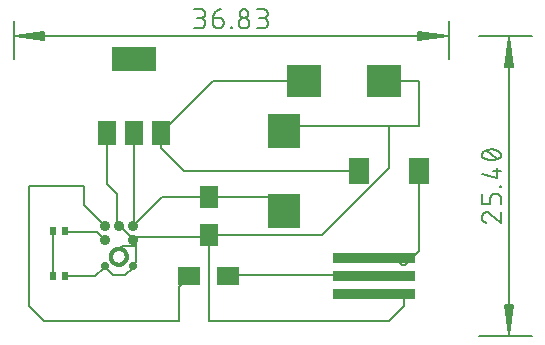
<source format=gbr>
G04 EAGLE Gerber X2 export*
%TF.Part,Single*%
%TF.FileFunction,Copper,L1,Top,Mixed*%
%TF.FilePolarity,Positive*%
%TF.GenerationSoftware,Autodesk,EAGLE,9.1.0*%
%TF.CreationDate,2018-08-06T08:24:04Z*%
G75*
%MOMM*%
%FSLAX34Y34*%
%LPD*%
%AMOC8*
5,1,8,0,0,1.08239X$1,22.5*%
G01*
%ADD10C,0.130000*%
%ADD11C,0.152400*%
%ADD12R,0.600000X0.700000*%
%ADD13R,1.900000X1.600000*%
%ADD14R,1.600000X1.900000*%
%ADD15C,0.900000*%
%ADD16C,0.700000*%
%ADD17C,0.330000*%
%ADD18C,0.006094*%
%ADD19R,7.000000X0.850000*%
%ADD20R,1.498600X2.006600*%
%ADD21R,3.810000X2.006600*%
%ADD22R,1.800000X2.200000*%
%ADD23R,2.700000X2.950000*%
%ADD24R,2.950000X2.700000*%


D10*
X368300Y266700D02*
X368300Y234500D01*
X0Y234500D02*
X0Y266700D01*
X650Y254000D02*
X367650Y254000D01*
X342300Y257192D01*
X342300Y250808D01*
X367650Y254000D01*
X342300Y255300D01*
X342300Y252700D02*
X367650Y254000D01*
X342300Y256600D01*
X342300Y251400D02*
X367650Y254000D01*
X26000Y257192D02*
X650Y254000D01*
X26000Y257192D02*
X26000Y250808D01*
X650Y254000D01*
X26000Y255300D01*
X26000Y252700D02*
X650Y254000D01*
X26000Y256600D01*
X26000Y251400D02*
X650Y254000D01*
D11*
X153002Y260507D02*
X157518Y260507D01*
X157651Y260509D01*
X157783Y260515D01*
X157915Y260525D01*
X158047Y260538D01*
X158179Y260556D01*
X158309Y260577D01*
X158440Y260602D01*
X158569Y260631D01*
X158697Y260664D01*
X158825Y260700D01*
X158951Y260740D01*
X159076Y260784D01*
X159200Y260832D01*
X159322Y260883D01*
X159443Y260938D01*
X159562Y260996D01*
X159680Y261058D01*
X159795Y261123D01*
X159909Y261192D01*
X160020Y261263D01*
X160129Y261339D01*
X160236Y261417D01*
X160341Y261498D01*
X160443Y261583D01*
X160543Y261670D01*
X160640Y261760D01*
X160735Y261853D01*
X160826Y261949D01*
X160915Y262047D01*
X161001Y262148D01*
X161084Y262252D01*
X161164Y262358D01*
X161240Y262466D01*
X161314Y262576D01*
X161384Y262689D01*
X161451Y262803D01*
X161514Y262920D01*
X161574Y263038D01*
X161631Y263158D01*
X161684Y263280D01*
X161733Y263403D01*
X161779Y263527D01*
X161821Y263653D01*
X161859Y263780D01*
X161894Y263908D01*
X161925Y264037D01*
X161952Y264166D01*
X161975Y264297D01*
X161995Y264428D01*
X162010Y264560D01*
X162022Y264692D01*
X162030Y264824D01*
X162034Y264957D01*
X162034Y265089D01*
X162030Y265222D01*
X162022Y265354D01*
X162010Y265486D01*
X161995Y265618D01*
X161975Y265749D01*
X161952Y265880D01*
X161925Y266009D01*
X161894Y266138D01*
X161859Y266266D01*
X161821Y266393D01*
X161779Y266519D01*
X161733Y266643D01*
X161684Y266766D01*
X161631Y266888D01*
X161574Y267008D01*
X161514Y267126D01*
X161451Y267243D01*
X161384Y267357D01*
X161314Y267470D01*
X161240Y267580D01*
X161164Y267688D01*
X161084Y267794D01*
X161001Y267898D01*
X160915Y267999D01*
X160826Y268097D01*
X160735Y268193D01*
X160640Y268286D01*
X160543Y268376D01*
X160443Y268463D01*
X160341Y268548D01*
X160236Y268629D01*
X160129Y268707D01*
X160020Y268783D01*
X159909Y268854D01*
X159795Y268923D01*
X159680Y268988D01*
X159562Y269050D01*
X159443Y269108D01*
X159322Y269163D01*
X159200Y269214D01*
X159076Y269262D01*
X158951Y269306D01*
X158825Y269346D01*
X158697Y269382D01*
X158569Y269415D01*
X158440Y269444D01*
X158309Y269469D01*
X158179Y269490D01*
X158047Y269508D01*
X157915Y269521D01*
X157783Y269531D01*
X157651Y269537D01*
X157518Y269539D01*
X158421Y276763D02*
X153002Y276763D01*
X158421Y276763D02*
X158540Y276761D01*
X158660Y276755D01*
X158779Y276745D01*
X158897Y276731D01*
X159016Y276714D01*
X159133Y276692D01*
X159250Y276667D01*
X159365Y276637D01*
X159480Y276604D01*
X159594Y276567D01*
X159706Y276527D01*
X159817Y276482D01*
X159926Y276434D01*
X160034Y276383D01*
X160140Y276328D01*
X160244Y276269D01*
X160346Y276207D01*
X160446Y276142D01*
X160544Y276073D01*
X160640Y276001D01*
X160733Y275926D01*
X160823Y275849D01*
X160911Y275768D01*
X160996Y275684D01*
X161078Y275597D01*
X161158Y275508D01*
X161234Y275416D01*
X161308Y275322D01*
X161378Y275225D01*
X161445Y275127D01*
X161509Y275026D01*
X161569Y274922D01*
X161626Y274817D01*
X161679Y274710D01*
X161729Y274602D01*
X161775Y274492D01*
X161817Y274380D01*
X161856Y274267D01*
X161891Y274153D01*
X161922Y274038D01*
X161950Y273921D01*
X161973Y273804D01*
X161993Y273687D01*
X162009Y273568D01*
X162021Y273449D01*
X162029Y273330D01*
X162033Y273211D01*
X162033Y273091D01*
X162029Y272972D01*
X162021Y272853D01*
X162009Y272734D01*
X161993Y272615D01*
X161973Y272498D01*
X161950Y272381D01*
X161922Y272264D01*
X161891Y272149D01*
X161856Y272035D01*
X161817Y271922D01*
X161775Y271810D01*
X161729Y271700D01*
X161679Y271592D01*
X161626Y271485D01*
X161569Y271380D01*
X161509Y271276D01*
X161445Y271175D01*
X161378Y271077D01*
X161308Y270980D01*
X161234Y270886D01*
X161158Y270794D01*
X161078Y270705D01*
X160996Y270618D01*
X160911Y270534D01*
X160823Y270453D01*
X160733Y270376D01*
X160640Y270301D01*
X160544Y270229D01*
X160446Y270160D01*
X160346Y270095D01*
X160244Y270033D01*
X160140Y269974D01*
X160034Y269919D01*
X159926Y269868D01*
X159817Y269820D01*
X159706Y269775D01*
X159594Y269735D01*
X159480Y269698D01*
X159365Y269665D01*
X159250Y269635D01*
X159133Y269610D01*
X159016Y269588D01*
X158897Y269571D01*
X158779Y269557D01*
X158660Y269547D01*
X158540Y269541D01*
X158421Y269539D01*
X158421Y269538D02*
X154808Y269538D01*
X168633Y269538D02*
X174052Y269538D01*
X174170Y269536D01*
X174288Y269530D01*
X174406Y269521D01*
X174523Y269507D01*
X174640Y269490D01*
X174757Y269469D01*
X174872Y269444D01*
X174987Y269415D01*
X175101Y269382D01*
X175213Y269346D01*
X175324Y269306D01*
X175434Y269263D01*
X175543Y269216D01*
X175650Y269166D01*
X175755Y269111D01*
X175858Y269054D01*
X175959Y268993D01*
X176059Y268929D01*
X176156Y268862D01*
X176251Y268792D01*
X176343Y268718D01*
X176434Y268642D01*
X176521Y268562D01*
X176606Y268480D01*
X176688Y268395D01*
X176768Y268308D01*
X176844Y268217D01*
X176918Y268125D01*
X176988Y268030D01*
X177055Y267933D01*
X177119Y267833D01*
X177180Y267732D01*
X177237Y267629D01*
X177292Y267524D01*
X177342Y267417D01*
X177389Y267308D01*
X177432Y267198D01*
X177472Y267087D01*
X177508Y266975D01*
X177541Y266861D01*
X177570Y266746D01*
X177595Y266631D01*
X177616Y266514D01*
X177633Y266397D01*
X177647Y266280D01*
X177656Y266162D01*
X177662Y266044D01*
X177664Y265926D01*
X177664Y265023D01*
X177665Y265023D02*
X177663Y264890D01*
X177657Y264758D01*
X177647Y264626D01*
X177634Y264494D01*
X177616Y264362D01*
X177595Y264232D01*
X177570Y264101D01*
X177541Y263972D01*
X177508Y263844D01*
X177472Y263716D01*
X177432Y263590D01*
X177388Y263465D01*
X177340Y263341D01*
X177289Y263219D01*
X177234Y263098D01*
X177176Y262979D01*
X177114Y262861D01*
X177049Y262746D01*
X176980Y262632D01*
X176909Y262521D01*
X176833Y262412D01*
X176755Y262305D01*
X176674Y262200D01*
X176589Y262098D01*
X176502Y261998D01*
X176412Y261901D01*
X176319Y261806D01*
X176223Y261715D01*
X176125Y261626D01*
X176024Y261540D01*
X175920Y261457D01*
X175814Y261377D01*
X175706Y261301D01*
X175596Y261227D01*
X175483Y261157D01*
X175369Y261090D01*
X175252Y261027D01*
X175134Y260967D01*
X175014Y260910D01*
X174892Y260857D01*
X174769Y260808D01*
X174645Y260762D01*
X174519Y260720D01*
X174392Y260682D01*
X174264Y260647D01*
X174135Y260616D01*
X174006Y260589D01*
X173875Y260566D01*
X173744Y260546D01*
X173612Y260531D01*
X173480Y260519D01*
X173348Y260511D01*
X173215Y260507D01*
X173083Y260507D01*
X172950Y260511D01*
X172818Y260519D01*
X172686Y260531D01*
X172554Y260546D01*
X172423Y260566D01*
X172292Y260589D01*
X172163Y260616D01*
X172034Y260647D01*
X171906Y260682D01*
X171779Y260720D01*
X171653Y260762D01*
X171529Y260808D01*
X171406Y260857D01*
X171284Y260910D01*
X171164Y260967D01*
X171046Y261027D01*
X170929Y261090D01*
X170815Y261157D01*
X170702Y261227D01*
X170592Y261301D01*
X170484Y261377D01*
X170378Y261457D01*
X170274Y261540D01*
X170173Y261626D01*
X170075Y261715D01*
X169979Y261806D01*
X169886Y261901D01*
X169796Y261998D01*
X169709Y262098D01*
X169624Y262200D01*
X169543Y262305D01*
X169465Y262412D01*
X169389Y262521D01*
X169318Y262632D01*
X169249Y262746D01*
X169184Y262861D01*
X169122Y262979D01*
X169064Y263098D01*
X169009Y263219D01*
X168958Y263341D01*
X168910Y263465D01*
X168866Y263590D01*
X168826Y263716D01*
X168790Y263844D01*
X168757Y263972D01*
X168728Y264101D01*
X168703Y264232D01*
X168682Y264362D01*
X168664Y264494D01*
X168651Y264626D01*
X168641Y264758D01*
X168635Y264890D01*
X168633Y265023D01*
X168633Y269538D01*
X168635Y269715D01*
X168642Y269893D01*
X168653Y270070D01*
X168668Y270246D01*
X168687Y270422D01*
X168711Y270598D01*
X168739Y270773D01*
X168772Y270948D01*
X168809Y271121D01*
X168850Y271294D01*
X168895Y271465D01*
X168944Y271635D01*
X168998Y271804D01*
X169055Y271972D01*
X169117Y272138D01*
X169183Y272303D01*
X169253Y272466D01*
X169327Y272627D01*
X169404Y272786D01*
X169486Y272944D01*
X169572Y273099D01*
X169661Y273252D01*
X169754Y273403D01*
X169851Y273552D01*
X169951Y273698D01*
X170055Y273842D01*
X170162Y273983D01*
X170273Y274121D01*
X170387Y274257D01*
X170505Y274390D01*
X170625Y274520D01*
X170749Y274647D01*
X170876Y274771D01*
X171006Y274891D01*
X171139Y275009D01*
X171274Y275123D01*
X171413Y275234D01*
X171554Y275341D01*
X171698Y275445D01*
X171844Y275545D01*
X171993Y275642D01*
X172144Y275735D01*
X172297Y275824D01*
X172452Y275910D01*
X172610Y275992D01*
X172769Y276069D01*
X172930Y276143D01*
X173093Y276213D01*
X173258Y276279D01*
X173424Y276341D01*
X173592Y276398D01*
X173761Y276452D01*
X173931Y276501D01*
X174102Y276546D01*
X174275Y276587D01*
X174448Y276624D01*
X174623Y276657D01*
X174798Y276685D01*
X174974Y276709D01*
X175150Y276728D01*
X175326Y276743D01*
X175503Y276754D01*
X175681Y276761D01*
X175858Y276763D01*
X183639Y261410D02*
X183639Y260507D01*
X183639Y261410D02*
X184542Y261410D01*
X184542Y260507D01*
X183639Y260507D01*
X190516Y265023D02*
X190518Y265156D01*
X190524Y265288D01*
X190534Y265420D01*
X190547Y265552D01*
X190565Y265684D01*
X190586Y265814D01*
X190611Y265945D01*
X190640Y266074D01*
X190673Y266202D01*
X190709Y266330D01*
X190749Y266456D01*
X190793Y266581D01*
X190841Y266705D01*
X190892Y266827D01*
X190947Y266948D01*
X191005Y267067D01*
X191067Y267185D01*
X191132Y267300D01*
X191201Y267414D01*
X191272Y267525D01*
X191348Y267634D01*
X191426Y267741D01*
X191507Y267846D01*
X191592Y267948D01*
X191679Y268048D01*
X191769Y268145D01*
X191862Y268240D01*
X191958Y268331D01*
X192056Y268420D01*
X192157Y268506D01*
X192261Y268589D01*
X192367Y268669D01*
X192475Y268745D01*
X192585Y268819D01*
X192698Y268889D01*
X192812Y268956D01*
X192929Y269019D01*
X193047Y269079D01*
X193167Y269136D01*
X193289Y269189D01*
X193412Y269238D01*
X193536Y269284D01*
X193662Y269326D01*
X193789Y269364D01*
X193917Y269399D01*
X194046Y269430D01*
X194175Y269457D01*
X194306Y269480D01*
X194437Y269500D01*
X194569Y269515D01*
X194701Y269527D01*
X194833Y269535D01*
X194966Y269539D01*
X195098Y269539D01*
X195231Y269535D01*
X195363Y269527D01*
X195495Y269515D01*
X195627Y269500D01*
X195758Y269480D01*
X195889Y269457D01*
X196018Y269430D01*
X196147Y269399D01*
X196275Y269364D01*
X196402Y269326D01*
X196528Y269284D01*
X196652Y269238D01*
X196775Y269189D01*
X196897Y269136D01*
X197017Y269079D01*
X197135Y269019D01*
X197252Y268956D01*
X197366Y268889D01*
X197479Y268819D01*
X197589Y268745D01*
X197697Y268669D01*
X197803Y268589D01*
X197907Y268506D01*
X198008Y268420D01*
X198106Y268331D01*
X198202Y268240D01*
X198295Y268145D01*
X198385Y268048D01*
X198472Y267948D01*
X198557Y267846D01*
X198638Y267741D01*
X198716Y267634D01*
X198792Y267525D01*
X198863Y267414D01*
X198932Y267300D01*
X198997Y267185D01*
X199059Y267067D01*
X199117Y266948D01*
X199172Y266827D01*
X199223Y266705D01*
X199271Y266581D01*
X199315Y266456D01*
X199355Y266330D01*
X199391Y266202D01*
X199424Y266074D01*
X199453Y265945D01*
X199478Y265814D01*
X199499Y265684D01*
X199517Y265552D01*
X199530Y265420D01*
X199540Y265288D01*
X199546Y265156D01*
X199548Y265023D01*
X199546Y264890D01*
X199540Y264758D01*
X199530Y264626D01*
X199517Y264494D01*
X199499Y264362D01*
X199478Y264232D01*
X199453Y264101D01*
X199424Y263972D01*
X199391Y263844D01*
X199355Y263716D01*
X199315Y263590D01*
X199271Y263465D01*
X199223Y263341D01*
X199172Y263219D01*
X199117Y263098D01*
X199059Y262979D01*
X198997Y262861D01*
X198932Y262746D01*
X198863Y262632D01*
X198792Y262521D01*
X198716Y262412D01*
X198638Y262305D01*
X198557Y262200D01*
X198472Y262098D01*
X198385Y261998D01*
X198295Y261901D01*
X198202Y261806D01*
X198106Y261715D01*
X198008Y261626D01*
X197907Y261540D01*
X197803Y261457D01*
X197697Y261377D01*
X197589Y261301D01*
X197479Y261227D01*
X197366Y261157D01*
X197252Y261090D01*
X197135Y261027D01*
X197017Y260967D01*
X196897Y260910D01*
X196775Y260857D01*
X196652Y260808D01*
X196528Y260762D01*
X196402Y260720D01*
X196275Y260682D01*
X196147Y260647D01*
X196018Y260616D01*
X195889Y260589D01*
X195758Y260566D01*
X195627Y260546D01*
X195495Y260531D01*
X195363Y260519D01*
X195231Y260511D01*
X195098Y260507D01*
X194966Y260507D01*
X194833Y260511D01*
X194701Y260519D01*
X194569Y260531D01*
X194437Y260546D01*
X194306Y260566D01*
X194175Y260589D01*
X194046Y260616D01*
X193917Y260647D01*
X193789Y260682D01*
X193662Y260720D01*
X193536Y260762D01*
X193412Y260808D01*
X193289Y260857D01*
X193167Y260910D01*
X193047Y260967D01*
X192929Y261027D01*
X192812Y261090D01*
X192698Y261157D01*
X192585Y261227D01*
X192475Y261301D01*
X192367Y261377D01*
X192261Y261457D01*
X192157Y261540D01*
X192056Y261626D01*
X191958Y261715D01*
X191862Y261806D01*
X191769Y261901D01*
X191679Y261998D01*
X191592Y262098D01*
X191507Y262200D01*
X191426Y262305D01*
X191348Y262412D01*
X191272Y262521D01*
X191201Y262632D01*
X191132Y262746D01*
X191067Y262861D01*
X191005Y262979D01*
X190947Y263098D01*
X190892Y263219D01*
X190841Y263341D01*
X190793Y263465D01*
X190749Y263590D01*
X190709Y263716D01*
X190673Y263844D01*
X190640Y263972D01*
X190611Y264101D01*
X190586Y264232D01*
X190565Y264362D01*
X190547Y264494D01*
X190534Y264626D01*
X190524Y264758D01*
X190518Y264890D01*
X190516Y265023D01*
X191420Y273151D02*
X191422Y273270D01*
X191428Y273390D01*
X191438Y273509D01*
X191452Y273627D01*
X191469Y273746D01*
X191491Y273863D01*
X191516Y273980D01*
X191546Y274095D01*
X191579Y274210D01*
X191616Y274324D01*
X191656Y274436D01*
X191701Y274547D01*
X191749Y274656D01*
X191800Y274764D01*
X191855Y274870D01*
X191914Y274974D01*
X191976Y275076D01*
X192041Y275176D01*
X192110Y275274D01*
X192182Y275370D01*
X192257Y275463D01*
X192334Y275553D01*
X192415Y275641D01*
X192499Y275726D01*
X192586Y275808D01*
X192675Y275888D01*
X192767Y275964D01*
X192861Y276038D01*
X192958Y276108D01*
X193056Y276175D01*
X193157Y276239D01*
X193261Y276299D01*
X193366Y276356D01*
X193473Y276409D01*
X193581Y276459D01*
X193691Y276505D01*
X193803Y276547D01*
X193916Y276586D01*
X194030Y276621D01*
X194145Y276652D01*
X194262Y276680D01*
X194379Y276703D01*
X194496Y276723D01*
X194615Y276739D01*
X194734Y276751D01*
X194853Y276759D01*
X194972Y276763D01*
X195092Y276763D01*
X195211Y276759D01*
X195330Y276751D01*
X195449Y276739D01*
X195568Y276723D01*
X195685Y276703D01*
X195802Y276680D01*
X195919Y276652D01*
X196034Y276621D01*
X196148Y276586D01*
X196261Y276547D01*
X196373Y276505D01*
X196483Y276459D01*
X196591Y276409D01*
X196698Y276356D01*
X196803Y276299D01*
X196907Y276239D01*
X197008Y276175D01*
X197106Y276108D01*
X197203Y276038D01*
X197297Y275964D01*
X197389Y275888D01*
X197478Y275808D01*
X197565Y275726D01*
X197649Y275641D01*
X197730Y275553D01*
X197807Y275463D01*
X197882Y275370D01*
X197954Y275274D01*
X198023Y275176D01*
X198088Y275076D01*
X198150Y274974D01*
X198209Y274870D01*
X198264Y274764D01*
X198315Y274656D01*
X198363Y274547D01*
X198408Y274436D01*
X198448Y274324D01*
X198485Y274210D01*
X198518Y274095D01*
X198548Y273980D01*
X198573Y273863D01*
X198595Y273746D01*
X198612Y273627D01*
X198626Y273509D01*
X198636Y273390D01*
X198642Y273270D01*
X198644Y273151D01*
X198642Y273032D01*
X198636Y272912D01*
X198626Y272793D01*
X198612Y272675D01*
X198595Y272556D01*
X198573Y272439D01*
X198548Y272322D01*
X198518Y272207D01*
X198485Y272092D01*
X198448Y271978D01*
X198408Y271866D01*
X198363Y271755D01*
X198315Y271646D01*
X198264Y271538D01*
X198209Y271432D01*
X198150Y271328D01*
X198088Y271226D01*
X198023Y271126D01*
X197954Y271028D01*
X197882Y270932D01*
X197807Y270839D01*
X197730Y270749D01*
X197649Y270661D01*
X197565Y270576D01*
X197478Y270494D01*
X197389Y270414D01*
X197297Y270338D01*
X197203Y270264D01*
X197106Y270194D01*
X197008Y270127D01*
X196907Y270063D01*
X196803Y270003D01*
X196698Y269946D01*
X196591Y269893D01*
X196483Y269843D01*
X196373Y269797D01*
X196261Y269755D01*
X196148Y269716D01*
X196034Y269681D01*
X195919Y269650D01*
X195802Y269622D01*
X195685Y269599D01*
X195568Y269579D01*
X195449Y269563D01*
X195330Y269551D01*
X195211Y269543D01*
X195092Y269539D01*
X194972Y269539D01*
X194853Y269543D01*
X194734Y269551D01*
X194615Y269563D01*
X194496Y269579D01*
X194379Y269599D01*
X194262Y269622D01*
X194145Y269650D01*
X194030Y269681D01*
X193916Y269716D01*
X193803Y269755D01*
X193691Y269797D01*
X193581Y269843D01*
X193473Y269893D01*
X193366Y269946D01*
X193261Y270003D01*
X193157Y270063D01*
X193056Y270127D01*
X192958Y270194D01*
X192861Y270264D01*
X192767Y270338D01*
X192675Y270414D01*
X192586Y270494D01*
X192499Y270576D01*
X192415Y270661D01*
X192334Y270749D01*
X192257Y270839D01*
X192182Y270932D01*
X192110Y271028D01*
X192041Y271126D01*
X191976Y271226D01*
X191914Y271328D01*
X191855Y271432D01*
X191800Y271538D01*
X191749Y271646D01*
X191701Y271755D01*
X191656Y271866D01*
X191616Y271978D01*
X191579Y272092D01*
X191546Y272207D01*
X191516Y272322D01*
X191491Y272439D01*
X191469Y272556D01*
X191452Y272675D01*
X191438Y272793D01*
X191428Y272912D01*
X191422Y273032D01*
X191420Y273151D01*
X206148Y260507D02*
X210664Y260507D01*
X210797Y260509D01*
X210929Y260515D01*
X211061Y260525D01*
X211193Y260538D01*
X211325Y260556D01*
X211455Y260577D01*
X211586Y260602D01*
X211715Y260631D01*
X211843Y260664D01*
X211971Y260700D01*
X212097Y260740D01*
X212222Y260784D01*
X212346Y260832D01*
X212468Y260883D01*
X212589Y260938D01*
X212708Y260996D01*
X212826Y261058D01*
X212941Y261123D01*
X213055Y261192D01*
X213166Y261263D01*
X213275Y261339D01*
X213382Y261417D01*
X213487Y261498D01*
X213589Y261583D01*
X213689Y261670D01*
X213786Y261760D01*
X213881Y261853D01*
X213972Y261949D01*
X214061Y262047D01*
X214147Y262148D01*
X214230Y262252D01*
X214310Y262358D01*
X214386Y262466D01*
X214460Y262576D01*
X214530Y262689D01*
X214597Y262803D01*
X214660Y262920D01*
X214720Y263038D01*
X214777Y263158D01*
X214830Y263280D01*
X214879Y263403D01*
X214925Y263527D01*
X214967Y263653D01*
X215005Y263780D01*
X215040Y263908D01*
X215071Y264037D01*
X215098Y264166D01*
X215121Y264297D01*
X215141Y264428D01*
X215156Y264560D01*
X215168Y264692D01*
X215176Y264824D01*
X215180Y264957D01*
X215180Y265089D01*
X215176Y265222D01*
X215168Y265354D01*
X215156Y265486D01*
X215141Y265618D01*
X215121Y265749D01*
X215098Y265880D01*
X215071Y266009D01*
X215040Y266138D01*
X215005Y266266D01*
X214967Y266393D01*
X214925Y266519D01*
X214879Y266643D01*
X214830Y266766D01*
X214777Y266888D01*
X214720Y267008D01*
X214660Y267126D01*
X214597Y267243D01*
X214530Y267357D01*
X214460Y267470D01*
X214386Y267580D01*
X214310Y267688D01*
X214230Y267794D01*
X214147Y267898D01*
X214061Y267999D01*
X213972Y268097D01*
X213881Y268193D01*
X213786Y268286D01*
X213689Y268376D01*
X213589Y268463D01*
X213487Y268548D01*
X213382Y268629D01*
X213275Y268707D01*
X213166Y268783D01*
X213055Y268854D01*
X212941Y268923D01*
X212826Y268988D01*
X212708Y269050D01*
X212589Y269108D01*
X212468Y269163D01*
X212346Y269214D01*
X212222Y269262D01*
X212097Y269306D01*
X211971Y269346D01*
X211843Y269382D01*
X211715Y269415D01*
X211586Y269444D01*
X211455Y269469D01*
X211325Y269490D01*
X211193Y269508D01*
X211061Y269521D01*
X210929Y269531D01*
X210797Y269537D01*
X210664Y269539D01*
X211567Y276763D02*
X206148Y276763D01*
X211567Y276763D02*
X211686Y276761D01*
X211806Y276755D01*
X211925Y276745D01*
X212043Y276731D01*
X212162Y276714D01*
X212279Y276692D01*
X212396Y276667D01*
X212511Y276637D01*
X212626Y276604D01*
X212740Y276567D01*
X212852Y276527D01*
X212963Y276482D01*
X213072Y276434D01*
X213180Y276383D01*
X213286Y276328D01*
X213390Y276269D01*
X213492Y276207D01*
X213592Y276142D01*
X213690Y276073D01*
X213786Y276001D01*
X213879Y275926D01*
X213969Y275849D01*
X214057Y275768D01*
X214142Y275684D01*
X214224Y275597D01*
X214304Y275508D01*
X214380Y275416D01*
X214454Y275322D01*
X214524Y275225D01*
X214591Y275127D01*
X214655Y275026D01*
X214715Y274922D01*
X214772Y274817D01*
X214825Y274710D01*
X214875Y274602D01*
X214921Y274492D01*
X214963Y274380D01*
X215002Y274267D01*
X215037Y274153D01*
X215068Y274038D01*
X215096Y273921D01*
X215119Y273804D01*
X215139Y273687D01*
X215155Y273568D01*
X215167Y273449D01*
X215175Y273330D01*
X215179Y273211D01*
X215179Y273091D01*
X215175Y272972D01*
X215167Y272853D01*
X215155Y272734D01*
X215139Y272615D01*
X215119Y272498D01*
X215096Y272381D01*
X215068Y272264D01*
X215037Y272149D01*
X215002Y272035D01*
X214963Y271922D01*
X214921Y271810D01*
X214875Y271700D01*
X214825Y271592D01*
X214772Y271485D01*
X214715Y271380D01*
X214655Y271276D01*
X214591Y271175D01*
X214524Y271077D01*
X214454Y270980D01*
X214380Y270886D01*
X214304Y270794D01*
X214224Y270705D01*
X214142Y270618D01*
X214057Y270534D01*
X213969Y270453D01*
X213879Y270376D01*
X213786Y270301D01*
X213690Y270229D01*
X213592Y270160D01*
X213492Y270095D01*
X213390Y270033D01*
X213286Y269974D01*
X213180Y269919D01*
X213072Y269868D01*
X212963Y269820D01*
X212852Y269775D01*
X212740Y269735D01*
X212626Y269698D01*
X212511Y269665D01*
X212396Y269635D01*
X212279Y269610D01*
X212162Y269588D01*
X212043Y269571D01*
X211925Y269557D01*
X211806Y269547D01*
X211686Y269541D01*
X211567Y269539D01*
X211567Y269538D02*
X207954Y269538D01*
D10*
X393700Y254000D02*
X438600Y254000D01*
X438600Y0D02*
X393700Y0D01*
X419100Y650D02*
X419100Y253350D01*
X415908Y228000D01*
X422292Y228000D01*
X419100Y253350D01*
X417800Y228000D01*
X420400Y228000D02*
X419100Y253350D01*
X416500Y228000D01*
X421700Y228000D02*
X419100Y253350D01*
X415908Y26000D02*
X419100Y650D01*
X415908Y26000D02*
X422292Y26000D01*
X419100Y650D01*
X417800Y26000D01*
X420400Y26000D02*
X419100Y650D01*
X416500Y26000D01*
X421700Y26000D02*
X419100Y650D01*
D11*
X396337Y100819D02*
X396339Y100944D01*
X396345Y101069D01*
X396354Y101194D01*
X396368Y101318D01*
X396385Y101442D01*
X396406Y101566D01*
X396431Y101688D01*
X396460Y101810D01*
X396492Y101931D01*
X396528Y102051D01*
X396568Y102170D01*
X396611Y102287D01*
X396658Y102403D01*
X396709Y102518D01*
X396763Y102630D01*
X396821Y102742D01*
X396881Y102851D01*
X396946Y102958D01*
X397013Y103064D01*
X397084Y103167D01*
X397158Y103268D01*
X397235Y103367D01*
X397315Y103463D01*
X397398Y103557D01*
X397483Y103648D01*
X397572Y103737D01*
X397663Y103822D01*
X397757Y103905D01*
X397853Y103985D01*
X397952Y104062D01*
X398053Y104136D01*
X398156Y104207D01*
X398262Y104274D01*
X398369Y104339D01*
X398478Y104399D01*
X398590Y104457D01*
X398702Y104511D01*
X398817Y104562D01*
X398933Y104609D01*
X399050Y104652D01*
X399169Y104692D01*
X399289Y104728D01*
X399410Y104760D01*
X399532Y104789D01*
X399654Y104814D01*
X399778Y104835D01*
X399902Y104852D01*
X400026Y104866D01*
X400151Y104875D01*
X400276Y104881D01*
X400401Y104883D01*
X396337Y100819D02*
X396339Y100676D01*
X396345Y100534D01*
X396355Y100391D01*
X396368Y100249D01*
X396386Y100108D01*
X396407Y99966D01*
X396432Y99826D01*
X396461Y99686D01*
X396494Y99547D01*
X396531Y99409D01*
X396571Y99272D01*
X396615Y99137D01*
X396663Y99002D01*
X396715Y98869D01*
X396770Y98737D01*
X396829Y98607D01*
X396891Y98479D01*
X396957Y98352D01*
X397026Y98227D01*
X397098Y98104D01*
X397174Y97983D01*
X397253Y97865D01*
X397336Y97748D01*
X397421Y97634D01*
X397510Y97522D01*
X397601Y97413D01*
X397696Y97306D01*
X397793Y97201D01*
X397894Y97100D01*
X397997Y97001D01*
X398102Y96905D01*
X398211Y96812D01*
X398322Y96722D01*
X398435Y96635D01*
X398550Y96551D01*
X398668Y96471D01*
X398788Y96393D01*
X398910Y96319D01*
X399034Y96249D01*
X399160Y96181D01*
X399288Y96118D01*
X399417Y96057D01*
X399548Y96000D01*
X399680Y95947D01*
X399814Y95898D01*
X399949Y95852D01*
X403562Y103528D02*
X403470Y103622D01*
X403376Y103712D01*
X403279Y103800D01*
X403179Y103885D01*
X403077Y103967D01*
X402972Y104045D01*
X402865Y104121D01*
X402756Y104193D01*
X402645Y104262D01*
X402531Y104328D01*
X402416Y104390D01*
X402299Y104449D01*
X402180Y104504D01*
X402060Y104555D01*
X401938Y104603D01*
X401815Y104648D01*
X401691Y104688D01*
X401565Y104725D01*
X401438Y104758D01*
X401311Y104787D01*
X401182Y104813D01*
X401053Y104834D01*
X400923Y104852D01*
X400793Y104865D01*
X400663Y104875D01*
X400532Y104881D01*
X400401Y104883D01*
X403562Y103528D02*
X412593Y95852D01*
X412593Y104883D01*
X412593Y111483D02*
X412593Y116902D01*
X412591Y117020D01*
X412585Y117138D01*
X412576Y117256D01*
X412562Y117373D01*
X412545Y117490D01*
X412524Y117607D01*
X412499Y117722D01*
X412470Y117837D01*
X412437Y117951D01*
X412401Y118063D01*
X412361Y118174D01*
X412318Y118284D01*
X412271Y118393D01*
X412221Y118500D01*
X412166Y118605D01*
X412109Y118708D01*
X412048Y118809D01*
X411984Y118909D01*
X411917Y119006D01*
X411847Y119101D01*
X411773Y119193D01*
X411697Y119284D01*
X411617Y119371D01*
X411535Y119456D01*
X411450Y119538D01*
X411363Y119618D01*
X411272Y119694D01*
X411180Y119768D01*
X411085Y119838D01*
X410988Y119905D01*
X410888Y119969D01*
X410787Y120030D01*
X410684Y120087D01*
X410579Y120142D01*
X410472Y120192D01*
X410363Y120239D01*
X410253Y120282D01*
X410142Y120322D01*
X410030Y120358D01*
X409916Y120391D01*
X409801Y120420D01*
X409686Y120445D01*
X409569Y120466D01*
X409452Y120483D01*
X409335Y120497D01*
X409217Y120506D01*
X409099Y120512D01*
X408981Y120514D01*
X407174Y120514D01*
X407056Y120512D01*
X406938Y120506D01*
X406820Y120497D01*
X406703Y120483D01*
X406586Y120466D01*
X406469Y120445D01*
X406354Y120420D01*
X406239Y120391D01*
X406125Y120358D01*
X406013Y120322D01*
X405902Y120282D01*
X405792Y120239D01*
X405683Y120192D01*
X405576Y120142D01*
X405471Y120087D01*
X405368Y120030D01*
X405267Y119969D01*
X405167Y119905D01*
X405070Y119838D01*
X404975Y119768D01*
X404883Y119694D01*
X404792Y119618D01*
X404705Y119538D01*
X404620Y119456D01*
X404538Y119371D01*
X404458Y119284D01*
X404382Y119193D01*
X404308Y119101D01*
X404238Y119006D01*
X404171Y118909D01*
X404107Y118809D01*
X404046Y118708D01*
X403989Y118605D01*
X403934Y118500D01*
X403884Y118393D01*
X403837Y118284D01*
X403794Y118174D01*
X403754Y118063D01*
X403718Y117951D01*
X403685Y117837D01*
X403656Y117722D01*
X403631Y117607D01*
X403610Y117490D01*
X403593Y117373D01*
X403579Y117256D01*
X403570Y117138D01*
X403564Y117020D01*
X403562Y116902D01*
X403562Y111483D01*
X396337Y111483D01*
X396337Y120514D01*
X411690Y126489D02*
X412593Y126489D01*
X411690Y126489D02*
X411690Y127392D01*
X412593Y127392D01*
X412593Y126489D01*
X408981Y133367D02*
X396337Y136979D01*
X408981Y133367D02*
X408981Y142398D01*
X405368Y139689D02*
X412593Y139689D01*
X404465Y148998D02*
X404145Y149002D01*
X403826Y149013D01*
X403506Y149032D01*
X403188Y149059D01*
X402870Y149093D01*
X402553Y149135D01*
X402237Y149185D01*
X401922Y149242D01*
X401609Y149306D01*
X401297Y149378D01*
X400987Y149457D01*
X400680Y149544D01*
X400374Y149638D01*
X400071Y149739D01*
X399770Y149848D01*
X399472Y149963D01*
X399176Y150086D01*
X398884Y150216D01*
X398595Y150353D01*
X398594Y150354D02*
X398486Y150393D01*
X398379Y150436D01*
X398274Y150482D01*
X398171Y150532D01*
X398069Y150586D01*
X397969Y150643D01*
X397871Y150704D01*
X397775Y150768D01*
X397682Y150835D01*
X397591Y150905D01*
X397502Y150979D01*
X397416Y151055D01*
X397333Y151135D01*
X397252Y151217D01*
X397174Y151302D01*
X397100Y151389D01*
X397028Y151480D01*
X396959Y151572D01*
X396894Y151667D01*
X396832Y151764D01*
X396773Y151863D01*
X396718Y151964D01*
X396667Y152067D01*
X396619Y152172D01*
X396574Y152278D01*
X396533Y152385D01*
X396496Y152494D01*
X396463Y152605D01*
X396434Y152716D01*
X396408Y152828D01*
X396386Y152941D01*
X396369Y153055D01*
X396355Y153169D01*
X396345Y153284D01*
X396339Y153399D01*
X396337Y153514D01*
X396339Y153629D01*
X396345Y153744D01*
X396355Y153859D01*
X396369Y153973D01*
X396386Y154087D01*
X396408Y154200D01*
X396434Y154312D01*
X396463Y154424D01*
X396496Y154534D01*
X396533Y154643D01*
X396574Y154751D01*
X396619Y154857D01*
X396667Y154962D01*
X396718Y155064D01*
X396774Y155166D01*
X396832Y155265D01*
X396894Y155362D01*
X396960Y155457D01*
X397028Y155549D01*
X397100Y155639D01*
X397174Y155727D01*
X397252Y155812D01*
X397333Y155894D01*
X397416Y155973D01*
X397502Y156050D01*
X397591Y156123D01*
X397682Y156194D01*
X397776Y156261D01*
X397871Y156325D01*
X397969Y156386D01*
X398069Y156443D01*
X398171Y156496D01*
X398275Y156547D01*
X398380Y156593D01*
X398487Y156636D01*
X398595Y156675D01*
X398595Y156674D02*
X398884Y156811D01*
X399176Y156941D01*
X399472Y157064D01*
X399770Y157179D01*
X400071Y157288D01*
X400374Y157389D01*
X400680Y157483D01*
X400987Y157570D01*
X401297Y157649D01*
X401609Y157721D01*
X401922Y157785D01*
X402237Y157842D01*
X402553Y157892D01*
X402870Y157934D01*
X403188Y157968D01*
X403506Y157995D01*
X403826Y158014D01*
X404145Y158025D01*
X404465Y158029D01*
X404465Y148998D02*
X404785Y149002D01*
X405104Y149013D01*
X405424Y149032D01*
X405742Y149059D01*
X406060Y149093D01*
X406377Y149135D01*
X406693Y149185D01*
X407008Y149242D01*
X407321Y149306D01*
X407633Y149378D01*
X407943Y149457D01*
X408250Y149544D01*
X408556Y149638D01*
X408859Y149739D01*
X409160Y149848D01*
X409458Y149963D01*
X409754Y150086D01*
X410046Y150216D01*
X410335Y150353D01*
X410336Y150353D02*
X410444Y150392D01*
X410551Y150435D01*
X410656Y150481D01*
X410760Y150532D01*
X410862Y150585D01*
X410962Y150642D01*
X411060Y150703D01*
X411155Y150767D01*
X411249Y150834D01*
X411340Y150905D01*
X411429Y150978D01*
X411515Y151055D01*
X411598Y151134D01*
X411679Y151216D01*
X411757Y151301D01*
X411831Y151389D01*
X411903Y151479D01*
X411972Y151572D01*
X412037Y151666D01*
X412099Y151763D01*
X412157Y151863D01*
X412213Y151964D01*
X412264Y152066D01*
X412312Y152171D01*
X412357Y152277D01*
X412398Y152385D01*
X412435Y152494D01*
X412468Y152604D01*
X412497Y152716D01*
X412523Y152828D01*
X412545Y152941D01*
X412562Y153055D01*
X412576Y153169D01*
X412586Y153284D01*
X412592Y153399D01*
X412594Y153514D01*
X410335Y156674D02*
X410046Y156811D01*
X409754Y156941D01*
X409458Y157064D01*
X409160Y157179D01*
X408859Y157288D01*
X408556Y157389D01*
X408250Y157483D01*
X407943Y157570D01*
X407633Y157649D01*
X407321Y157721D01*
X407008Y157785D01*
X406693Y157842D01*
X406377Y157892D01*
X406060Y157934D01*
X405742Y157968D01*
X405424Y157995D01*
X405104Y158014D01*
X404785Y158025D01*
X404465Y158029D01*
X410335Y156675D02*
X410443Y156636D01*
X410550Y156593D01*
X410655Y156547D01*
X410759Y156496D01*
X410861Y156443D01*
X410961Y156386D01*
X411059Y156325D01*
X411154Y156261D01*
X411248Y156194D01*
X411339Y156123D01*
X411428Y156050D01*
X411514Y155973D01*
X411597Y155894D01*
X411678Y155812D01*
X411756Y155727D01*
X411830Y155639D01*
X411902Y155549D01*
X411971Y155456D01*
X412036Y155362D01*
X412098Y155265D01*
X412156Y155165D01*
X412212Y155064D01*
X412263Y154961D01*
X412311Y154857D01*
X412356Y154751D01*
X412397Y154643D01*
X412434Y154534D01*
X412467Y154424D01*
X412496Y154312D01*
X412522Y154200D01*
X412544Y154087D01*
X412561Y153973D01*
X412575Y153859D01*
X412585Y153744D01*
X412591Y153629D01*
X412593Y153514D01*
X408981Y149901D02*
X399949Y157126D01*
D12*
X33100Y50800D03*
X43100Y50800D03*
D13*
X181600Y50800D03*
X148600Y50800D03*
D14*
X165100Y85100D03*
X165100Y118100D03*
D12*
X33100Y88900D03*
X43100Y88900D03*
D15*
X76900Y93200D03*
X88940Y93200D03*
X100980Y93200D03*
X76900Y81260D03*
X100980Y81260D03*
D16*
X76900Y59140D03*
X100980Y59140D03*
D17*
X82210Y67040D02*
X82212Y67205D01*
X82218Y67370D01*
X82228Y67535D01*
X82242Y67700D01*
X82261Y67864D01*
X82283Y68027D01*
X82309Y68191D01*
X82339Y68353D01*
X82374Y68515D01*
X82412Y68675D01*
X82454Y68835D01*
X82500Y68994D01*
X82550Y69151D01*
X82603Y69307D01*
X82661Y69462D01*
X82722Y69615D01*
X82787Y69767D01*
X82856Y69917D01*
X82929Y70066D01*
X83005Y70213D01*
X83084Y70357D01*
X83167Y70500D01*
X83254Y70641D01*
X83344Y70779D01*
X83438Y70915D01*
X83534Y71049D01*
X83634Y71181D01*
X83738Y71309D01*
X83844Y71436D01*
X83953Y71560D01*
X84066Y71681D01*
X84181Y71799D01*
X84299Y71914D01*
X84420Y72027D01*
X84544Y72136D01*
X84671Y72242D01*
X84799Y72346D01*
X84931Y72446D01*
X85065Y72542D01*
X85201Y72636D01*
X85339Y72726D01*
X85480Y72813D01*
X85623Y72896D01*
X85767Y72975D01*
X85914Y73051D01*
X86063Y73124D01*
X86213Y73193D01*
X86365Y73258D01*
X86518Y73319D01*
X86673Y73377D01*
X86829Y73430D01*
X86986Y73480D01*
X87145Y73526D01*
X87305Y73568D01*
X87465Y73606D01*
X87627Y73641D01*
X87789Y73671D01*
X87953Y73697D01*
X88116Y73719D01*
X88280Y73738D01*
X88445Y73752D01*
X88610Y73762D01*
X88775Y73768D01*
X88940Y73770D01*
X89105Y73768D01*
X89270Y73762D01*
X89435Y73752D01*
X89600Y73738D01*
X89764Y73719D01*
X89927Y73697D01*
X90091Y73671D01*
X90253Y73641D01*
X90415Y73606D01*
X90575Y73568D01*
X90735Y73526D01*
X90894Y73480D01*
X91051Y73430D01*
X91207Y73377D01*
X91362Y73319D01*
X91515Y73258D01*
X91667Y73193D01*
X91817Y73124D01*
X91966Y73051D01*
X92113Y72975D01*
X92257Y72896D01*
X92400Y72813D01*
X92541Y72726D01*
X92679Y72636D01*
X92815Y72542D01*
X92949Y72446D01*
X93081Y72346D01*
X93209Y72242D01*
X93336Y72136D01*
X93460Y72027D01*
X93581Y71914D01*
X93699Y71799D01*
X93814Y71681D01*
X93927Y71560D01*
X94036Y71436D01*
X94142Y71309D01*
X94246Y71181D01*
X94346Y71049D01*
X94442Y70915D01*
X94536Y70779D01*
X94626Y70641D01*
X94713Y70500D01*
X94796Y70357D01*
X94875Y70213D01*
X94951Y70066D01*
X95024Y69917D01*
X95093Y69767D01*
X95158Y69615D01*
X95219Y69462D01*
X95277Y69307D01*
X95330Y69151D01*
X95380Y68994D01*
X95426Y68835D01*
X95468Y68675D01*
X95506Y68515D01*
X95541Y68353D01*
X95571Y68191D01*
X95597Y68027D01*
X95619Y67864D01*
X95638Y67700D01*
X95652Y67535D01*
X95662Y67370D01*
X95668Y67205D01*
X95670Y67040D01*
X95668Y66875D01*
X95662Y66710D01*
X95652Y66545D01*
X95638Y66380D01*
X95619Y66216D01*
X95597Y66053D01*
X95571Y65889D01*
X95541Y65727D01*
X95506Y65565D01*
X95468Y65405D01*
X95426Y65245D01*
X95380Y65086D01*
X95330Y64929D01*
X95277Y64773D01*
X95219Y64618D01*
X95158Y64465D01*
X95093Y64313D01*
X95024Y64163D01*
X94951Y64014D01*
X94875Y63867D01*
X94796Y63723D01*
X94713Y63580D01*
X94626Y63439D01*
X94536Y63301D01*
X94442Y63165D01*
X94346Y63031D01*
X94246Y62899D01*
X94142Y62771D01*
X94036Y62644D01*
X93927Y62520D01*
X93814Y62399D01*
X93699Y62281D01*
X93581Y62166D01*
X93460Y62053D01*
X93336Y61944D01*
X93209Y61838D01*
X93081Y61734D01*
X92949Y61634D01*
X92815Y61538D01*
X92679Y61444D01*
X92541Y61354D01*
X92400Y61267D01*
X92257Y61184D01*
X92113Y61105D01*
X91966Y61029D01*
X91817Y60956D01*
X91667Y60887D01*
X91515Y60822D01*
X91362Y60761D01*
X91207Y60703D01*
X91051Y60650D01*
X90894Y60600D01*
X90735Y60554D01*
X90575Y60512D01*
X90415Y60474D01*
X90253Y60439D01*
X90091Y60409D01*
X89927Y60383D01*
X89764Y60361D01*
X89600Y60342D01*
X89435Y60328D01*
X89270Y60318D01*
X89105Y60312D01*
X88940Y60310D01*
X88775Y60312D01*
X88610Y60318D01*
X88445Y60328D01*
X88280Y60342D01*
X88116Y60361D01*
X87953Y60383D01*
X87789Y60409D01*
X87627Y60439D01*
X87465Y60474D01*
X87305Y60512D01*
X87145Y60554D01*
X86986Y60600D01*
X86829Y60650D01*
X86673Y60703D01*
X86518Y60761D01*
X86365Y60822D01*
X86213Y60887D01*
X86063Y60956D01*
X85914Y61029D01*
X85767Y61105D01*
X85623Y61184D01*
X85480Y61267D01*
X85339Y61354D01*
X85201Y61444D01*
X85065Y61538D01*
X84931Y61634D01*
X84799Y61734D01*
X84671Y61838D01*
X84544Y61944D01*
X84420Y62053D01*
X84299Y62166D01*
X84181Y62281D01*
X84066Y62399D01*
X83953Y62520D01*
X83844Y62644D01*
X83738Y62771D01*
X83634Y62899D01*
X83534Y63031D01*
X83438Y63165D01*
X83344Y63301D01*
X83254Y63439D01*
X83167Y63580D01*
X83084Y63723D01*
X83005Y63867D01*
X82929Y64014D01*
X82856Y64163D01*
X82787Y64313D01*
X82722Y64465D01*
X82661Y64618D01*
X82603Y64773D01*
X82550Y64929D01*
X82500Y65086D01*
X82454Y65245D01*
X82412Y65405D01*
X82374Y65565D01*
X82339Y65727D01*
X82309Y65889D01*
X82283Y66053D01*
X82261Y66216D01*
X82242Y66380D01*
X82228Y66545D01*
X82218Y66710D01*
X82212Y66875D01*
X82210Y67040D01*
D18*
X86898Y72614D02*
X90902Y72614D01*
X86898Y72614D02*
X86898Y74586D01*
X90902Y74586D01*
X90902Y72614D01*
X90902Y72672D02*
X86898Y72672D01*
X86898Y72730D02*
X90902Y72730D01*
X90902Y72788D02*
X86898Y72788D01*
X86898Y72846D02*
X90902Y72846D01*
X90902Y72904D02*
X86898Y72904D01*
X86898Y72962D02*
X90902Y72962D01*
X90902Y73020D02*
X86898Y73020D01*
X86898Y73078D02*
X90902Y73078D01*
X90902Y73136D02*
X86898Y73136D01*
X86898Y73194D02*
X90902Y73194D01*
X90902Y73252D02*
X86898Y73252D01*
X86898Y73310D02*
X90902Y73310D01*
X90902Y73368D02*
X86898Y73368D01*
X86898Y73426D02*
X90902Y73426D01*
X90902Y73484D02*
X86898Y73484D01*
X86898Y73542D02*
X90902Y73542D01*
X90902Y73600D02*
X86898Y73600D01*
X86898Y73658D02*
X90902Y73658D01*
X90902Y73716D02*
X86898Y73716D01*
X86898Y73774D02*
X90902Y73774D01*
X90902Y73832D02*
X86898Y73832D01*
X86898Y73890D02*
X90902Y73890D01*
X90902Y73948D02*
X86898Y73948D01*
X86898Y74006D02*
X90902Y74006D01*
X90902Y74064D02*
X86898Y74064D01*
X86898Y74122D02*
X90902Y74122D01*
X90902Y74180D02*
X86898Y74180D01*
X86898Y74238D02*
X90902Y74238D01*
X90902Y74296D02*
X86898Y74296D01*
X86898Y74354D02*
X90902Y74354D01*
X90902Y74412D02*
X86898Y74412D01*
X86898Y74470D02*
X90902Y74470D01*
X90902Y74528D02*
X86898Y74528D01*
X86898Y74586D02*
X90902Y74586D01*
D19*
X304800Y65800D03*
X304800Y50800D03*
X304800Y35800D03*
D20*
X78994Y171704D03*
X101854Y171704D03*
X124714Y171704D03*
D21*
X101600Y234696D03*
D22*
X292000Y139700D03*
X343000Y139700D03*
D23*
X228600Y105950D03*
X228600Y173450D03*
D24*
X245650Y215900D03*
X313150Y215900D03*
D11*
X70104Y88392D02*
X44196Y88392D01*
X70104Y88392D02*
X76200Y82296D01*
X44196Y88392D02*
X43100Y88900D01*
X76200Y82296D02*
X76900Y81260D01*
X33528Y88392D02*
X33528Y50800D01*
X33100Y50800D01*
X33528Y88392D02*
X33100Y88900D01*
X181600Y50800D02*
X182880Y51816D01*
X303784Y51816D02*
X304800Y50800D01*
X303784Y51816D02*
X182880Y51816D01*
X76900Y93200D02*
X76200Y94488D01*
X147828Y50292D02*
X148600Y50800D01*
X59200Y110900D02*
X59200Y127000D01*
X12700Y127000D01*
X12700Y25400D01*
X25400Y12700D01*
X139700Y12700D01*
X139700Y41900D01*
X148600Y50800D01*
X76900Y93200D02*
X59200Y110900D01*
X69088Y50800D02*
X43100Y50800D01*
X69088Y50800D02*
X76200Y57912D01*
X76900Y59140D01*
X102108Y59436D02*
X102108Y60960D01*
X103632Y62484D01*
X103632Y76200D02*
X103632Y79248D01*
X103632Y76200D02*
X103632Y62484D01*
X103632Y79248D02*
X102108Y80772D01*
X102108Y59436D02*
X100980Y59140D01*
X102108Y80772D02*
X100980Y81260D01*
X100584Y82296D02*
X89916Y92964D01*
X88940Y93200D01*
X100584Y82296D02*
X100980Y81260D01*
X103632Y83820D02*
X164592Y83820D01*
X103632Y83820D02*
X102108Y82296D01*
X164592Y83820D02*
X165100Y85100D01*
X102108Y82296D02*
X100980Y81260D01*
X77724Y57912D02*
X83820Y51816D01*
X94488Y51816D01*
X100584Y57912D01*
X77724Y57912D02*
X76900Y59140D01*
X100584Y57912D02*
X100980Y59140D01*
X165100Y85100D02*
X166116Y83820D01*
X91500Y76200D02*
X88900Y73600D01*
X91500Y76200D02*
X103632Y76200D01*
X165100Y85100D02*
X165100Y12700D01*
X317500Y12700D02*
X330200Y25400D01*
X330200Y38100D01*
X317500Y12700D02*
X165100Y12700D01*
X304800Y35800D02*
X327900Y35800D01*
X330200Y38100D01*
X78994Y128517D02*
X78994Y171704D01*
X78994Y128517D02*
X87648Y119863D01*
X87648Y94492D02*
X88940Y93200D01*
X87648Y94492D02*
X87648Y119863D01*
X165100Y85100D02*
X260633Y85100D01*
X228600Y173450D02*
X217142Y177800D01*
X317500Y177800D02*
X342900Y177800D01*
X342900Y215900D01*
X313150Y215900D01*
X317500Y141967D02*
X260633Y85100D01*
X317500Y141967D02*
X317500Y177800D01*
X217142Y177800D01*
X144018Y139700D02*
X124714Y159004D01*
X144018Y139700D02*
X292000Y139700D01*
X124714Y159004D02*
X124714Y171704D01*
X168910Y215900D01*
X245650Y215900D01*
X125880Y118100D02*
X100980Y93200D01*
X125880Y118100D02*
X165100Y118100D01*
X101854Y94074D02*
X100980Y93200D01*
X101854Y94074D02*
X101854Y171704D01*
X216450Y118100D02*
X228600Y105950D01*
X216450Y118100D02*
X165100Y118100D01*
X328937Y60452D02*
X331463Y60452D01*
X323589Y65800D02*
X304800Y65800D01*
X323589Y65800D02*
X328937Y60452D01*
X331463Y60452D02*
X343000Y71989D01*
X343000Y139700D01*
M02*

</source>
